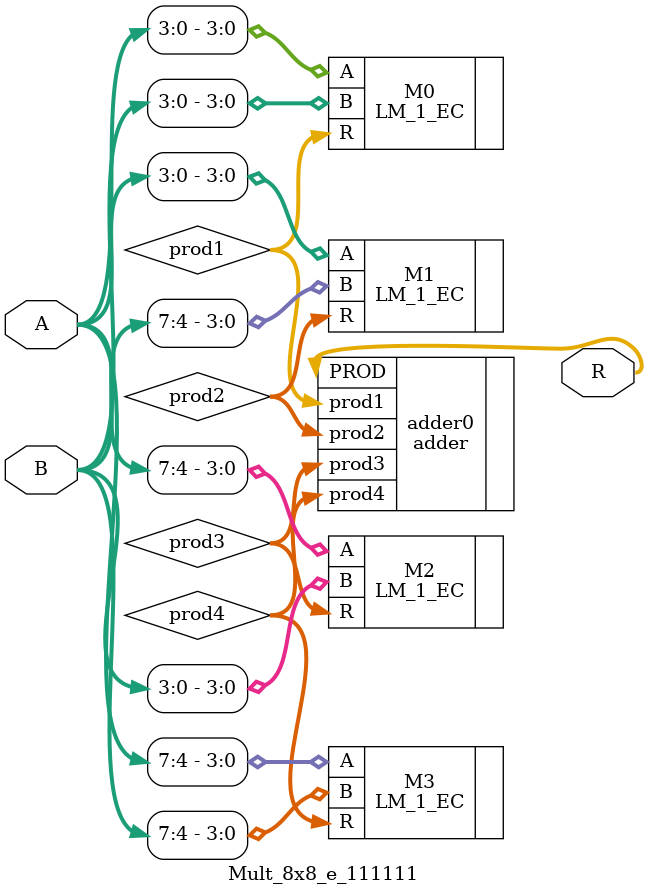
<source format=v>
module Mult_8x8_e_111111(
input [7:0] A,
input [7:0] B,
output [15:0]R
);
wire [7:0]prod1;
wire [7:0]prod2;
wire [7:0]prod3;
wire [7:0]prod4;

LM_1_EC M0(.A(A[3:0]),.B(B[3:0]),.R(prod1));
LM_1_EC M1(.A(A[3:0]),.B(B[7:4]),.R(prod2));
LM_1_EC M2(.A(A[7:4]),.B(B[3:0]),.R(prod3));
LM_1_EC M3(.A(A[7:4]),.B(B[7:4]),.R(prod4));
adder adder0(.prod1(prod1),.prod2(prod2),.prod3(prod3),.prod4(prod4),.PROD(R));
endmodule

</source>
